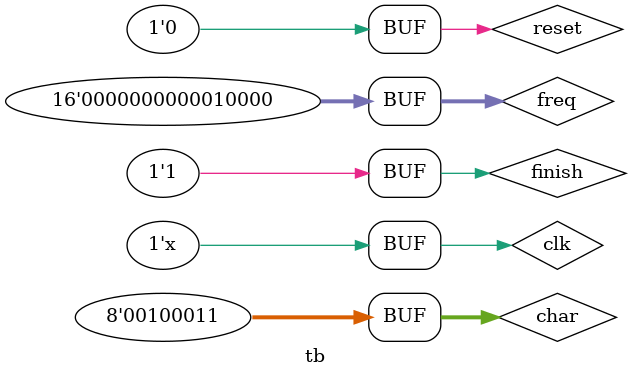
<source format=v>
`timescale 1ns / 1ps

module tb;

	// Inputs
	reg clk;
	reg reset;
	reg [7:0] char;
	reg [15:0] freq;
	reg finish;

	// Outputs
	wire [1:0] format_type;
	wire [3:0] error_code;

   always @(posedge clk) begin
      if (!reset && !finish) begin
         $display("%d", format_type);
      end
   end

	// Instantiate the Unit Under Test (UUT)
	cpu_checker uut (
		.clk(clk),
		.reset(reset),
		.char(char),
		.format_type(format_type),
		.freq(freq),
		.error_code(error_code)
	);

	initial begin
		// Initialize Inputs
		clk = 0;
		reset = 1;
		char = 0;
		freq = 16;
		finish = 0;

		#10 reset = 0;
#2 char = "^";
#2 char = "1";
#2 char = "2";
#2 char = "8";
#2 char = "@";
#2 char = "0";
#2 char = "0";
#2 char = "0";
#2 char = "0";
#2 char = "3";
#2 char = "0";
#2 char = "f";
#2 char = "d";
#2 char = ":";
#2 char = " ";
#2 char = "$";
#2 char = "3";
#2 char = "1";
#2 char = "^";
#2 char = "1";
#2 char = "2";
#2 char = "8";
#2 char = "@";
#2 char = "0";
#2 char = "0";
#2 char = "0";
#2 char = "0";
#2 char = "3";
#2 char = "0";
#2 char = "f";
#2 char = "d";
#2 char = ":";
#2 char = " ";
#2 char = "$";
#2 char = "3";
#2 char = "2";
#2 char = " ";
#2 char = "<";
#2 char = "=";
#2 char = "1";
#2 char = "2";
#2 char = "3";
#2 char = "4";
#2 char = "5";
#2 char = "6";
#2 char = "7";
#2 char = "1";
#2 char = "#";
#2 char = "^";
#2 char = "2";
#2 char = "4";
#2 char = "2";
#2 char = "@";
#2 char = "0";
#2 char = "0";
#2 char = "0";
#2 char = "0";
#2 char = "3";
#2 char = "0";
#2 char = "f";
#2 char = "4";
#2 char = ":";
#2 char = " ";
#2 char = "$";
#2 char = "3";
#2 char = "1";
#2 char = " ";
#2 char = "<";
#2 char = "=";
#2 char = "1";
#2 char = "2";
#2 char = "3";
#2 char = "2";
#2 char = "1";
#2 char = "5";
#2 char = "#";
#2 char = "^";
#2 char = "2";
#2 char = "4";
#2 char = "2";
#2 char = "@";
#2 char = "0";
#2 char = "0";
#2 char = "0";
#2 char = "0";
#2 char = "3";
#2 char = "0";
#2 char = "f";
#2 char = "4";
#2 char = ":";
#2 char = " ";
#2 char = "$";
#2 char = "3";
#2 char = "1";
#2 char = " ";
#2 char = "<";
#2 char = "=";
#2 char = "1";
#2 char = "2";
#2 char = "3";
#2 char = "2";
#2 char = "1";
#2 char = "5";
#2 char = "8";
#2 char = "9";
#2 char = "9";
#2 char = "8";
#2 char = "#";
#2 char = "^";
#2 char = "2";
#2 char = "4";
#2 char = "2";
#2 char = "@";
#2 char = "0";
#2 char = "0";
#2 char = "0";
#2 char = "0";
#2 char = "3";
#2 char = "0";
#2 char = "f";
#2 char = "4";
#2 char = ":";
#2 char = " ";
#2 char = "$";
#2 char = "3";
#2 char = "1";
#2 char = " ";
#2 char = "<";
#2 char = "=";
#2 char = "#";
#2 char = "^";
#2 char = "2";
#2 char = "4";
#2 char = "2";
#2 char = "@";
#2 char = "0";
#2 char = "0";
#2 char = "0";
#2 char = "0";
#2 char = "3";
#2 char = "0";
#2 char = "f";
#2 char = "4";
#2 char = ":";
#2 char = " ";
#2 char = "$";
#2 char = "3";
#2 char = "1";
#2 char = " ";
#2 char = "<";
#2 char = "=";
#2 char = " ";
#2 char = " ";
#2 char = " ";
#2 char = "1";
#2 char = "2";
#2 char = "3";
#2 char = "2";
#2 char = "1";
#2 char = "5";
#2 char = " ";
#2 char = "#";
#2 char = "^";
#2 char = "2";
#2 char = "4";
#2 char = "2";
#2 char = "@";
#2 char = "0";
#2 char = "0";
#2 char = "0";
#2 char = "0";
#2 char = "3";
#2 char = "0";
#2 char = "f";
#2 char = "4";
#2 char = ":";
#2 char = " ";
#2 char = "$";
#2 char = "3";
#2 char = "1";
#2 char = " ";
#2 char = "<";
#2 char = "=";
#2 char = " ";
#2 char = " ";
#2 char = " ";
#2 char = "a";
#2 char = "b";
#2 char = "1";
#2 char = "2";
#2 char = "3";
#2 char = "2";
#2 char = "1";
#2 char = "5";
#2 char = " ";
#2 char = "#";
#2 char = "^";
#2 char = "2";
#2 char = "4";
#2 char = "2";
#2 char = "@";
#2 char = "0";
#2 char = "0";
#2 char = "0";
#2 char = "0";
#2 char = "3";
#2 char = "0";
#2 char = "f";
#2 char = "4";
#2 char = ":";
#2 char = " ";
#2 char = "$";
#2 char = "3";
#2 char = "1";
#2 char = " ";
#2 char = "<";
#2 char = "=";
#2 char = " ";
#2 char = " ";
#2 char = " ";
#2 char = "A";
#2 char = "b";
#2 char = "1";
#2 char = "2";
#2 char = "3";
#2 char = "2";
#2 char = "1";
#2 char = "5";
#2 char = " ";
#2 char = "#";
#2 char = "^";
#2 char = "3";
#2 char = "3";
#2 char = "8";
#2 char = "@";
#2 char = "0";
#2 char = "0";
#2 char = "0";
#2 char = "0";
#2 char = "3";
#2 char = "1";
#2 char = "3";
#2 char = "0";
#2 char = ":";
#2 char = " ";
#2 char = "*";
#2 char = "0";
#2 char = "0";
#2 char = "0";
#2 char = "0";
#2 char = "0";
#2 char = "0";
#2 char = "8";
#2 char = "8";
#2 char = " ";
#2 char = "<";
#2 char = "=";
#2 char = " ";
#2 char = "F";
#2 char = "f";
#2 char = "f";
#2 char = "f";
#2 char = "b";
#2 char = "5";
#2 char = "2";
#2 char = "8";
#2 char = "#";
#2 char = "^";////////////////////////////////////////
#2 char = "3";
#2 char = "3";
#2 char = "8";
#2 char = "@";
#2 char = "0";
#2 char = "0";
#2 char = "0";
#2 char = "0";
#2 char = "3";
#2 char = "0";
#2 char = "0";
#2 char = "0";
#2 char = ":";
#2 char = " ";
#2 char = "*";
#2 char = "0";
#2 char = "0";
#2 char = "0";
#2 char = "0";
#2 char = "0";
#2 char = "0";
#2 char = "8";
#2 char = "8";
#2 char = " ";
#2 char = "<";
#2 char = "=";
#2 char = " ";
#2 char = "f";
#2 char = "f";
#2 char = "f";
#2 char = "f";
#2 char = "b";
#2 char = "5";
#2 char = "2";
#2 char = "8";
#2 char = "#";////////////////////////////////
#2 char = "^";
#2 char = "3";
#2 char = "3";
#2 char = "8";
#2 char = "@";
#2 char = "0";
#2 char = "0";
#2 char = "0";
#2 char = "0";
#2 char = "3";
#2 char = "1";
#2 char = "3";
#2 char = "0";
#2 char = ":";
#2 char = " ";
#2 char = "*";
#2 char = "0";
#2 char = "0";
#2 char = "0";
#2 char = "0";
#2 char = "0";
#2 char = "0";
#2 char = "8";
#2 char = "8";
#2 char = " ";
#2 char = "<";
#2 char = "=";
#2 char = "#";
#2 char = "^";
#2 char = "3";
#2 char = "3";
#2 char = "8";
#2 char = "@";
#2 char = "0";
#2 char = "0";
#2 char = "0";
#2 char = "0";
#2 char = "3";
#2 char = "1";
#2 char = "3";
#2 char = "0";
#2 char = ":";
#2 char = " ";
#2 char = "*";
#2 char = "0";
#2 char = "0";
#2 char = "0";
#2 char = "0";
#2 char = "0";
#2 char = "0";
#2 char = "8";
#2 char = "8";
#2 char = " ";
#2 char = "<";
#2 char = "=";
#2 char = " ";
#2 char = "f";
#2 char = "f";
#2 char = "f";
#2 char = "f";
#2 char = "b";
#2 char = "5";
#2 char = "2";
#2 char = "8";
#2 char = "1";
#2 char = "2";
#2 char = "#";
#2 char = "^";
#2 char = "3";
#2 char = "3";
#2 char = "8";
#2 char = "@";
#2 char = "0";
#2 char = "0";
#2 char = "0";
#2 char = "0";
#2 char = "3";
#2 char = "1";
#2 char = "3";
#2 char = "0";
#2 char = ":";
#2 char = " ";
#2 char = "*";
#2 char = "0";
#2 char = "0";
#2 char = "0";
#2 char = "0";
#2 char = "0";
#2 char = "0";
#2 char = "8";
#2 char = "8";
#2 char = " ";
#2 char = "<";
#2 char = "=";
#2 char = " ";
#2 char = "f";
#2 char = "f";
#2 char = "f";
#2 char = "f";
#2 char = "b";
#2 char = "5";
#2 char = "2";
#2 char = "#";
#2 char = "^";
#2 char = "3";
#2 char = "3";
#2 char = "8";
#2 char = "@";
#2 char = "0";
#2 char = "0";
#2 char = "0";
#2 char = "0";
#2 char = "3";
#2 char = "1";
#2 char = "3";
#2 char = "0";
#2 char = ":";
#2 char = " ";
#2 char = "*";
#2 char = "0";
#2 char = "0";
#2 char = "0";
#2 char = "0";
#2 char = "0";
#2 char = "0";
#2 char = "8";
#2 char = "8";
#2 char = " ";
#2 char = "<";
#2 char = "=";
#2 char = " ";
#2 char = "f";
#2 char = "f";
#2 char = "f";
#2 char = "f";
#2 char = "B";
#2 char = "5";
#2 char = "2";
#2 char = "8";
#2 char = "#";
#2 char = "^";
#2 char = "3";
#2 char = "3";
#2 char = "8";
#2 char = "@";
#2 char = "0";
#2 char = "0";
#2 char = "0";
#2 char = "0";
#2 char = "3";
#2 char = "1";
#2 char = "3";
#2 char = "0";
#2 char = ":";
#2 char = " ";
#2 char = "*";
#2 char = "0";
#2 char = "0";
#2 char = "0";
#2 char = "0";
#2 char = "0";
#2 char = "0";
#2 char = "8";
#2 char = "8";
#2 char = " ";
#2 char = "<";
#2 char = "=";
#2 char = " ";
#2 char = "f";
#2 char = "f";
#2 char = "f";
#2 char = "f";
#2 char = "b";
#2 char = "5";
#2 char = "2";
#2 char = "B";
#2 char = "#";
#2 char = "^";
#2 char = "3";
#2 char = "3";
#2 char = "8";
#2 char = "@";
#2 char = "0";
#2 char = "0";
#2 char = "0";
#2 char = "0";
#2 char = "3";
#2 char = "1";
#2 char = "3";
#2 char = "0";
#2 char = ":";
#2 char = " ";
#2 char = "*";
#2 char = "0";
#2 char = "0";
#2 char = "0";
#2 char = "0";
#2 char = "0";
#2 char = "0";
#2 char = "8";
#2 char = "8";
#2 char = " ";
#2 char = "<";
#2 char = "=";
#2 char = " ";
#2 char = "f";
#2 char = "f";
#2 char = "f";
#2 char = "f";
#2 char = "b";
#2 char = "5";
#2 char = "2";
#2 char = "B";
#2 char = "#";
#2 char = "^";
#2 char = "3";
#2 char = "3";
#2 char = "8";
#2 char = "@";
#2 char = "0";
#2 char = "0";
#2 char = "0";
#2 char = "0";
#2 char = "3";
#2 char = "1";
#2 char = "3";
#2 char = "0";
#2 char = ":";
#2 char = " ";
#2 char = "*";
#2 char = "0";
#2 char = "0";
#2 char = "0";
#2 char = "0";
#2 char = "0";
#2 char = "0";
#2 char = "8";
#2 char = "8";
#2 char = " ";
#2 char = "<";
#2 char = "=";
#2 char = " ";
#2 char = "f";
#2 char = "f";
#2 char = "f";
#2 char = "f";
#2 char = "b";
#2 char = "5";
#2 char = "2";
#2 char = "B";
#2 char = " ";
#2 char = "#";
		#20
		finish = 1;
	end

    always #1 clk = ~clk;

endmodule


</source>
